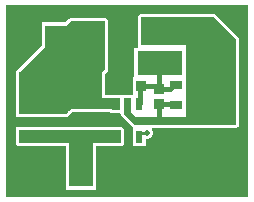
<source format=gbr>
%TF.GenerationSoftware,Altium Limited,Altium Designer,22.7.1 (60)*%
G04 Layer_Physical_Order=1*
G04 Layer_Color=255*
%FSLAX45Y45*%
%MOMM*%
%TF.SameCoordinates,68DCCB5C-BDD4-49BB-AA05-A609E45632DA*%
%TF.FilePolarity,Positive*%
%TF.FileFunction,Copper,L1,Top,Signal*%
%TF.Part,Single*%
G01*
G75*
%TA.AperFunction,SMDPad,CuDef*%
%ADD10R,0.60000X1.00000*%
%TA.AperFunction,ConnectorPad*%
%ADD11R,1.05000X0.65000*%
%TA.AperFunction,SMDPad,CuDef*%
%ADD12R,2.03000X3.80000*%
%TA.AperFunction,ConnectorPad*%
%ADD13R,0.95000X0.85000*%
%TA.AperFunction,SMDPad,CuDef*%
%ADD14R,1.05000X0.65000*%
%ADD15R,1.00000X0.90000*%
%ADD16R,0.85000X0.95000*%
%ADD17R,3.80000X2.03000*%
%ADD18R,3.40000X0.98000*%
%TA.AperFunction,Conductor*%
%ADD19C,0.38100*%
%ADD20C,0.25400*%
%TA.AperFunction,ComponentPad*%
%ADD21R,1.50000X1.50000*%
%ADD22C,1.50000*%
%TA.AperFunction,ViaPad*%
%ADD23C,0.50800*%
G36*
X15189200Y2905760D02*
X13141960D01*
Y4536440D01*
X15189200D01*
Y2905760D01*
D02*
G37*
%LPC*%
G36*
X14284959Y4455658D02*
X14275049Y4453686D01*
X14266647Y4448072D01*
X14261034Y4439671D01*
X14259062Y4429760D01*
Y4196080D01*
X14261034Y4186169D01*
X14262964Y4183280D01*
X14256285Y4170580D01*
X14227040D01*
Y3921000D01*
X14219600D01*
Y3775200D01*
X14209509Y3768900D01*
X14208495D01*
X14203680Y3769858D01*
X14142720D01*
X14137904Y3768900D01*
X14111975D01*
X14107159Y3769858D01*
X13981900D01*
Y3770100D01*
X13980658D01*
Y3951673D01*
X13998473Y3969488D01*
X14004086Y3977889D01*
X14006058Y3987800D01*
Y4399280D01*
X14004086Y4409191D01*
X13998473Y4417592D01*
X13990071Y4423206D01*
X13980161Y4425178D01*
X13690601D01*
X13680688Y4423206D01*
X13672289Y4417592D01*
X13640775Y4386080D01*
X13446860D01*
Y4192165D01*
X13247141Y3992446D01*
X13242441Y3985412D01*
X13235408Y3980712D01*
X13229794Y3972311D01*
X13227821Y3962400D01*
Y3611880D01*
X13228500Y3608473D01*
Y3587400D01*
X13246593D01*
X13253720Y3585982D01*
X13649960D01*
X13659871Y3587954D01*
X13668272Y3593568D01*
X13683376Y3608671D01*
X13684793Y3610792D01*
X13685519Y3611519D01*
Y3611880D01*
X13685881D01*
X13686597Y3612596D01*
X13687534Y3613997D01*
X13687616Y3614197D01*
X13691492Y3616788D01*
X13701328Y3626622D01*
X14022800D01*
Y3618100D01*
X14043047D01*
X14051280Y3616462D01*
X14104121D01*
X14112778Y3611464D01*
X14116821Y3607865D01*
X14118793Y3597954D01*
X14124406Y3589553D01*
X14201875Y3512084D01*
D01*
X14203680Y3510280D01*
Y3509384D01*
X14205907Y3506052D01*
X14207538Y3504420D01*
X14212801Y3493900D01*
Y3343100D01*
X14323599D01*
Y3397146D01*
X14325656Y3398520D01*
X14345865D01*
X14364536Y3406254D01*
X14378825Y3420544D01*
X14386560Y3439215D01*
Y3459425D01*
X14378825Y3478096D01*
X14375423Y3481500D01*
X14380682Y3494200D01*
X14962300D01*
Y3494542D01*
X15087601D01*
X15097511Y3496514D01*
X15105911Y3502128D01*
X15111526Y3510529D01*
X15113498Y3520440D01*
Y3586480D01*
Y4246880D01*
X15111526Y4256790D01*
X15105911Y4265192D01*
X14923032Y4448072D01*
X14914632Y4453686D01*
X14904720Y4455657D01*
X14284959Y4455658D01*
D02*
G37*
G36*
X14117320Y3500618D02*
X13253720D01*
X13246593Y3499200D01*
X13228500D01*
Y3478127D01*
X13227821Y3474720D01*
Y3362960D01*
X13228500Y3359553D01*
Y3350400D01*
X13231564D01*
X13235408Y3344648D01*
X13243810Y3339034D01*
X13253720Y3337062D01*
X13650060D01*
Y2969760D01*
X13903860D01*
Y3337062D01*
X14117320D01*
X14127229Y3339034D01*
X14133316Y3343100D01*
X14133600D01*
Y3343290D01*
X14135632Y3344648D01*
X14141246Y3353049D01*
X14143217Y3362960D01*
Y3368040D01*
Y3474720D01*
X14141246Y3484631D01*
X14135632Y3493032D01*
X14127229Y3498646D01*
X14119821Y3500120D01*
X14117320Y3500618D01*
D02*
G37*
%LPD*%
G36*
X13980161Y3987800D02*
X13954761Y3962400D01*
Y3743960D01*
X14107159D01*
Y3642360D01*
X14051280D01*
X14041119Y3652520D01*
X13690601D01*
X13673180Y3635100D01*
X13666000D01*
Y3628385D01*
X13665063Y3626984D01*
X13649960Y3611880D01*
X13253720D01*
Y3962400D01*
X13270312D01*
X13265453Y3974133D01*
X13690601Y4399280D01*
X13980161D01*
Y3987800D01*
D02*
G37*
G36*
X14904720Y4429760D02*
X15087601Y4246880D01*
Y3586480D01*
Y3520440D01*
X14476886D01*
X14470097Y3533140D01*
X14475421Y3541106D01*
X14478871Y3558450D01*
Y3586480D01*
X14665961Y3586480D01*
Y4196080D01*
X14284959D01*
Y4429760D01*
X14904720Y4429760D01*
D02*
G37*
G36*
X14203679Y3627120D02*
X14244321Y3586480D01*
X14388229D01*
Y3573784D01*
X14385329Y3569443D01*
X14381879Y3552100D01*
X14385329Y3534756D01*
X14387411Y3531641D01*
X14381424Y3520440D01*
X14227438D01*
X14221992Y3528592D01*
X14142720Y3607865D01*
X14142720Y3743960D01*
X14203680D01*
X14203679Y3627120D01*
D02*
G37*
G36*
X14117320Y3362960D02*
X13253720D01*
Y3474720D01*
X14117320D01*
Y3362960D01*
D02*
G37*
D10*
X14078200Y3418500D02*
D03*
X14173199D02*
D03*
X14268201D02*
D03*
Y3693500D02*
D03*
X14173199D02*
D03*
X14078200D02*
D03*
D11*
X14884399Y3552100D02*
D03*
Y3382100D02*
D03*
X14584680Y3689440D02*
D03*
Y3859440D02*
D03*
X14579601Y3552100D02*
D03*
Y3382100D02*
D03*
X14732001Y3552100D02*
D03*
Y3382100D02*
D03*
D12*
X13776961Y3185160D02*
D03*
X13573759Y4170680D02*
D03*
D13*
X14439900Y3824200D02*
D03*
Y3694200D02*
D03*
D14*
X14427200Y3552100D02*
D03*
Y3382100D02*
D03*
D15*
X13906500Y3699700D02*
D03*
Y3564700D02*
D03*
X13741400Y3699700D02*
D03*
Y3564700D02*
D03*
D16*
X14157500Y3848100D02*
D03*
X14287500D02*
D03*
D17*
X14884399Y3708400D02*
D03*
X14442439Y4043680D02*
D03*
D18*
X13423900Y3661800D02*
D03*
Y3424800D02*
D03*
D19*
X14439900Y3824200D02*
Y4041140D01*
X14442439Y4043680D01*
X14439900Y3824200D02*
X14529440D01*
X14564680Y3859440D02*
X14584680D01*
X14529440Y3824200D02*
X14564680Y3859440D01*
X14439900Y3694200D02*
X14442281Y3691820D01*
X14582300D02*
X14584680Y3689440D01*
X14442281Y3691820D02*
X14582300D01*
X14427200Y3552100D02*
X14433549Y3558450D01*
Y3687850D02*
X14439900Y3694200D01*
X14433549Y3558450D02*
Y3687850D01*
X14411000Y3848100D02*
X14434900Y3824200D01*
X14287500Y3848100D02*
X14411000D01*
X14434900Y3824200D02*
X14439900D01*
X14277850Y3838450D02*
X14287500Y3848100D01*
X14277850Y3703150D02*
Y3838450D01*
X14268201Y3693500D02*
X14277850Y3703150D01*
D20*
X14268201Y3432020D02*
X14285500Y3449320D01*
X14335760D01*
X14268201Y3418500D02*
Y3432020D01*
D21*
X13893800Y4312920D02*
D03*
D22*
X14147800D02*
D03*
X14401801D02*
D03*
D23*
X14061440Y3868420D02*
D03*
X13924280Y3931920D02*
D03*
X14335760Y3449320D02*
D03*
X14061440Y3815080D02*
D03*
X14020799Y3561080D02*
D03*
X14091920D02*
D03*
%TF.MD5,bf94a729b82399c6eb25093795798bc3*%
M02*

</source>
